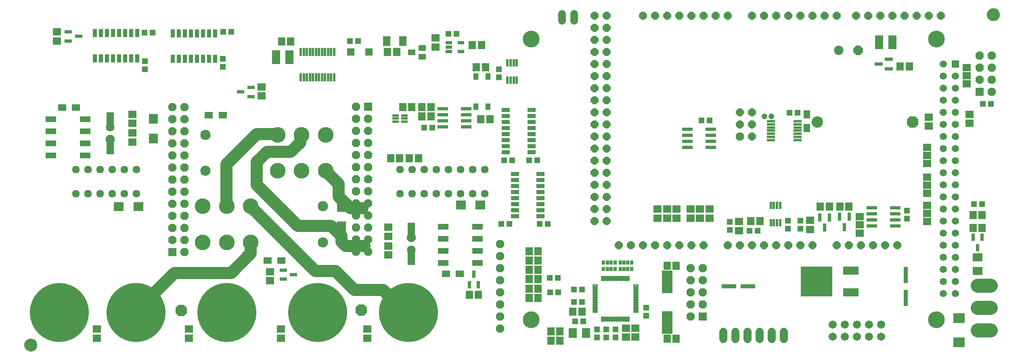
<source format=gts>
G75*
G70*
%OFA0B0*%
%FSLAX24Y24*%
%IPPOS*%
%LPD*%
%AMOC8*
5,1,8,0,0,1.08239X$1,22.5*
%
%ADD10C,0.1000*%
%ADD11R,0.0867X0.0474*%
%ADD12R,0.0671X0.0552*%
%ADD13R,0.0220X0.0710*%
%ADD14R,0.0592X0.0671*%
%ADD15R,0.0710X0.1143*%
%ADD16R,0.0671X0.0592*%
%ADD17R,0.0600X0.0300*%
%ADD18R,0.0946X0.0789*%
%ADD19R,0.0300X0.0600*%
%ADD20R,0.2641X0.2483*%
%ADD21R,0.1261X0.0710*%
%ADD22R,0.1210X0.0380*%
%ADD23R,0.0513X0.0474*%
%ADD24R,0.0474X0.0513*%
%ADD25C,0.0477*%
%ADD26R,0.0860X0.0300*%
%ADD27R,0.0660X0.0220*%
%ADD28R,0.0867X0.1852*%
%ADD29R,0.0552X0.0671*%
%ADD30R,0.0680X0.0300*%
%ADD31C,0.0674*%
%ADD32R,0.0790X0.0710*%
%ADD33R,0.0540X0.0220*%
%ADD34R,0.0300X0.0680*%
%ADD35OC8,0.0710*%
%ADD36C,0.0710*%
%ADD37R,0.0631X0.1497*%
%ADD38C,0.0640*%
%ADD39C,0.0946*%
%ADD40OC8,0.0946*%
%ADD41OC8,0.0634*%
%ADD42OC8,0.0680*%
%ADD43R,0.0320X0.0690*%
%ADD44R,0.0749X0.0789*%
%ADD45C,0.1299*%
%ADD46C,0.0848*%
%ADD47C,0.4885*%
%ADD48C,0.1172*%
%ADD49R,0.0690X0.0320*%
%ADD50R,0.0674X0.0674*%
%ADD51OC8,0.0674*%
%ADD52R,0.0430X0.0580*%
%ADD53C,0.0595*%
%ADD54R,0.0595X0.0595*%
%ADD55C,0.1386*%
%ADD56C,0.0674*%
%ADD57R,0.0631X0.0474*%
%ADD58R,0.0580X0.0300*%
%ADD59R,0.0631X0.0789*%
%ADD60R,0.0631X0.0631*%
%ADD61R,0.0789X0.0749*%
%ADD62C,0.0634*%
%ADD63C,0.0103*%
%ADD64R,0.0710X0.0789*%
%ADD65R,0.0277X0.0336*%
%ADD66R,0.0516X0.0516*%
%ADD67R,0.0220X0.0600*%
%ADD68C,0.0050*%
%ADD69C,0.0780*%
%ADD70OC8,0.0780*%
%ADD71R,0.0380X0.1360*%
D10*
X019232Y009022D02*
X022082Y011872D01*
X026757Y011872D01*
X028382Y013497D01*
X028382Y014472D01*
X032282Y015772D02*
X035007Y015772D01*
X035857Y014922D01*
X035857Y014472D01*
X036232Y014097D01*
X037782Y014097D01*
X032282Y015772D02*
X028882Y019172D01*
X028882Y021047D01*
X029732Y021897D01*
X031682Y021897D01*
X032457Y022672D01*
X032457Y023422D01*
X030582Y023347D02*
X028857Y023347D01*
X026382Y020872D01*
X026382Y017422D01*
X026332Y017372D01*
X028357Y017322D02*
X028432Y017322D01*
X028457Y017272D02*
X033707Y012022D01*
X035357Y012022D01*
X036932Y010447D01*
X039307Y010447D01*
X040857Y008897D01*
X041032Y008897D01*
X037607Y017222D02*
X036607Y017222D01*
X035632Y018197D01*
X035632Y019222D01*
X034557Y020297D01*
D11*
X044265Y015697D03*
X044265Y014697D03*
X047100Y014697D03*
X047100Y015697D03*
X047100Y013697D03*
X047100Y012697D03*
X044265Y012697D03*
X044265Y013697D03*
X014700Y021597D03*
X014700Y022597D03*
X014700Y023597D03*
X014700Y024597D03*
X011865Y024597D03*
X011865Y023597D03*
X011865Y022597D03*
X011865Y021597D03*
D12*
X012786Y025547D03*
X013928Y025547D03*
X024911Y024922D03*
X026053Y024922D03*
X029761Y012897D03*
X030903Y012897D03*
X044488Y011809D03*
X045630Y011809D03*
D13*
X035262Y028047D03*
X035002Y028047D03*
X034762Y028047D03*
X034502Y028047D03*
X034262Y028047D03*
X034002Y028047D03*
X033762Y028047D03*
X033502Y028047D03*
X033262Y028047D03*
X033002Y028047D03*
X032762Y028047D03*
X032502Y028047D03*
X032502Y030147D03*
X032762Y030147D03*
X033002Y030147D03*
X033262Y030147D03*
X033502Y030147D03*
X033762Y030147D03*
X034002Y030147D03*
X034262Y030147D03*
X034502Y030147D03*
X034762Y030147D03*
X035002Y030147D03*
X035262Y030147D03*
D14*
X031681Y031022D03*
X030933Y031022D03*
X039683Y030172D03*
X040431Y030172D03*
X046683Y030722D03*
X047431Y030722D03*
X047756Y028897D03*
X047008Y028897D03*
X043256Y025597D03*
X042508Y025597D03*
X041681Y025597D03*
X040933Y025597D03*
X042508Y024822D03*
X043256Y024822D03*
X047383Y024597D03*
X048131Y024597D03*
X042231Y021347D03*
X041483Y021347D03*
X040681Y021347D03*
X039933Y021347D03*
X051358Y013672D03*
X052106Y013672D03*
X052106Y012897D03*
X051358Y012897D03*
X051358Y012122D03*
X052106Y012122D03*
X052106Y011347D03*
X051358Y011347D03*
X051358Y010572D03*
X052106Y010572D03*
X052106Y009797D03*
X051358Y009797D03*
X054983Y008672D03*
X055731Y008672D03*
X053906Y007022D03*
X053158Y007022D03*
X053158Y006247D03*
X053906Y006247D03*
X062758Y006422D03*
X063506Y006422D03*
X047181Y010072D03*
X046433Y010072D03*
X062758Y012472D03*
X063506Y012472D03*
X069683Y016147D03*
X070431Y016147D03*
X075408Y017372D03*
X076156Y017372D03*
X077033Y017372D03*
X077781Y017372D03*
X088033Y016672D03*
X088781Y016672D03*
X088781Y015597D03*
X088033Y015597D03*
X082756Y028972D03*
X082008Y028972D03*
D15*
X081359Y030947D03*
X080256Y030947D03*
X031584Y029722D03*
X030481Y029722D03*
D16*
X029282Y027271D03*
X029282Y026523D03*
X018607Y024996D03*
X018607Y024248D03*
X018607Y023446D03*
X018607Y022698D03*
X039732Y015646D03*
X039732Y014898D03*
X039732Y014096D03*
X039732Y013348D03*
X029957Y011977D03*
X029957Y011229D03*
X030857Y007221D03*
X030857Y006473D03*
X038007Y006473D03*
X038007Y007221D03*
X023257Y007221D03*
X023257Y006473D03*
X015682Y006473D03*
X015682Y007221D03*
X059357Y007296D03*
X059357Y006548D03*
X060132Y006548D03*
X060132Y007296D03*
X068707Y015373D03*
X068707Y016121D03*
X066257Y016398D03*
X065482Y016398D03*
X064707Y016398D03*
X063532Y016398D03*
X062757Y016398D03*
X061982Y016398D03*
X061982Y017146D03*
X062757Y017146D03*
X063532Y017146D03*
X064707Y017146D03*
X065482Y017146D03*
X066257Y017146D03*
X074557Y016221D03*
X074557Y015473D03*
X078657Y015178D03*
X078657Y015847D03*
X078657Y016516D03*
X084232Y016797D03*
X084232Y017466D03*
X084232Y018453D03*
X084232Y019122D03*
X084232Y019791D03*
X084232Y020928D03*
X084232Y021597D03*
X084232Y022266D03*
X084382Y024023D03*
X084382Y024771D03*
X087732Y024996D03*
X087732Y024248D03*
X087507Y027528D03*
X087507Y028197D03*
X087507Y028866D03*
X084232Y016128D03*
X043632Y030573D03*
X043632Y031321D03*
X012382Y031073D03*
X012382Y031821D03*
D17*
X013302Y031817D03*
X014162Y031447D03*
X013302Y031077D03*
X027527Y026847D03*
X028387Y027217D03*
X028387Y026477D03*
X031052Y012092D03*
X031912Y011722D03*
X031052Y011352D03*
D18*
X086858Y008126D03*
X086858Y006118D03*
D19*
X088407Y013967D03*
X088037Y014827D03*
X088777Y014827D03*
X047177Y010892D03*
X046437Y010892D03*
X046807Y011752D03*
D20*
X075095Y011172D03*
D21*
X077922Y012069D03*
X077922Y010274D03*
D22*
X069437Y010772D03*
X067877Y010772D03*
D23*
X055742Y010497D03*
X055073Y010497D03*
X053767Y010272D03*
X053098Y010272D03*
X055073Y009447D03*
X055742Y009447D03*
X055842Y007847D03*
X055173Y007847D03*
X053742Y011447D03*
X053073Y011447D03*
X052892Y015922D03*
X052223Y015922D03*
X049742Y015922D03*
X049073Y015922D03*
X049298Y021197D03*
X049967Y021197D03*
X051373Y021197D03*
X052042Y021197D03*
X043367Y023897D03*
X042698Y023897D03*
X044698Y031647D03*
X045367Y031647D03*
X026767Y031822D03*
X026098Y031822D03*
X020267Y031747D03*
X019598Y031747D03*
X065598Y024497D03*
X066267Y024497D03*
X072873Y025122D03*
X073542Y025122D03*
X088823Y025847D03*
X089492Y025847D03*
X088767Y017547D03*
X088098Y017547D03*
X070242Y015372D03*
X069573Y015372D03*
D24*
X067932Y015437D03*
X067932Y016106D03*
X072732Y016181D03*
X072732Y015512D03*
X073782Y015512D03*
X073782Y016181D03*
X082557Y016362D03*
X082557Y017031D03*
X061032Y009006D03*
X061032Y008337D03*
X058507Y007206D03*
X058507Y006537D03*
X057732Y006537D03*
X057732Y007206D03*
X056957Y007206D03*
X056957Y006537D03*
X048857Y028062D03*
X048857Y028731D03*
X037242Y031072D03*
X036573Y031072D03*
X026057Y029581D03*
X026057Y028912D03*
X019632Y028712D03*
X019632Y029381D03*
D25*
X070807Y024822D03*
X071358Y024822D03*
D26*
X066377Y023772D03*
X066377Y023272D03*
X066377Y022772D03*
X066377Y022272D03*
X064437Y022272D03*
X064437Y022772D03*
X064437Y023272D03*
X064437Y023772D03*
X046177Y023972D03*
X044237Y023972D03*
X044237Y024472D03*
X044237Y024972D03*
X044237Y025472D03*
X046177Y025472D03*
X046177Y024972D03*
X046177Y024472D03*
X079662Y017272D03*
X079662Y016772D03*
X081602Y016772D03*
X081602Y017272D03*
X081602Y016272D03*
X081602Y015772D03*
X079662Y015772D03*
X079662Y016272D03*
D27*
X073542Y022877D03*
X073542Y023137D03*
X073542Y023387D03*
X073542Y023647D03*
X073542Y023907D03*
X073542Y024157D03*
X073542Y024417D03*
X071322Y024417D03*
X071322Y024157D03*
X071322Y023907D03*
X071322Y023647D03*
X071322Y023387D03*
X071322Y023137D03*
X071322Y022877D03*
D28*
X062782Y011120D03*
X062782Y007774D03*
D29*
X074307Y023851D03*
X074307Y024993D03*
D30*
X081082Y028747D03*
X080232Y029147D03*
X081082Y029547D03*
D31*
X072407Y006994D02*
X072407Y006400D01*
X071407Y006400D02*
X071407Y006994D01*
X070407Y006994D02*
X070407Y006400D01*
X069407Y006400D02*
X069407Y006994D01*
X068407Y006994D02*
X068407Y006400D01*
X067407Y006400D02*
X067407Y006994D01*
D32*
X088407Y012037D03*
X088407Y013157D03*
D33*
X041077Y024387D03*
X041077Y024647D03*
X041077Y024907D03*
X040337Y024907D03*
X040337Y024647D03*
X040337Y024387D03*
D34*
X075357Y016472D03*
X076157Y016472D03*
X077007Y016522D03*
X077807Y016522D03*
X077407Y015672D03*
X075757Y015622D03*
D35*
X041632Y014797D03*
X016757Y022922D03*
D36*
X016757Y023922D03*
X041632Y013797D03*
D37*
X041632Y013273D03*
X041632Y015281D03*
X016757Y022438D03*
X016757Y024445D03*
D38*
X054057Y032767D02*
X054057Y033327D01*
X055057Y033327D02*
X055057Y032767D01*
D39*
X075152Y024347D03*
D40*
X083022Y024347D03*
X037489Y008803D03*
X022645Y008747D03*
D41*
X056753Y016162D03*
X057753Y016162D03*
X057753Y017162D03*
X056753Y017162D03*
X056753Y018162D03*
X057753Y018162D03*
X057753Y019162D03*
X056753Y019162D03*
X056753Y020162D03*
X057753Y020162D03*
X057753Y021162D03*
X056753Y021162D03*
X056753Y022162D03*
X057753Y022162D03*
X057753Y023162D03*
X056753Y023162D03*
X056753Y024162D03*
X057753Y024162D03*
X057753Y025162D03*
X056753Y025162D03*
X056753Y026162D03*
X057753Y026162D03*
X057753Y027162D03*
X056753Y027162D03*
X056753Y028162D03*
X057753Y028162D03*
X057753Y029162D03*
X056753Y029162D03*
X056753Y030162D03*
X057753Y030162D03*
X057753Y031162D03*
X056753Y031162D03*
X056753Y032162D03*
X057753Y032162D03*
X057753Y033162D03*
X056753Y033162D03*
X060753Y033162D03*
X061753Y033162D03*
X062753Y033162D03*
X063753Y033162D03*
X064753Y033162D03*
X065753Y033162D03*
X066753Y033162D03*
X067753Y033162D03*
X069753Y033162D03*
X070753Y033162D03*
X071753Y033162D03*
X072753Y033162D03*
X073753Y033162D03*
X074753Y033162D03*
X075753Y033162D03*
X076753Y033162D03*
X078353Y033162D03*
X079353Y033162D03*
X080353Y033162D03*
X081353Y033162D03*
X082353Y033162D03*
X083353Y033162D03*
X084353Y033162D03*
X085353Y033162D03*
X069753Y025162D03*
X068753Y025162D03*
X068753Y024162D03*
X069753Y024162D03*
X069753Y023162D03*
X069753Y014162D03*
X068753Y014162D03*
X067753Y014162D03*
X065753Y014162D03*
X064753Y014162D03*
X063753Y014162D03*
X062753Y014162D03*
X061753Y014162D03*
X060753Y014162D03*
X059753Y014162D03*
X058753Y014162D03*
X070753Y014162D03*
X071753Y014162D03*
X072753Y014162D03*
X073753Y014162D03*
X074753Y014162D03*
X076753Y014162D03*
X077753Y014162D03*
X078753Y014162D03*
X079753Y014162D03*
X080753Y014162D03*
X081753Y014162D03*
D42*
X068753Y023162D03*
D43*
X025432Y029587D03*
X024932Y029587D03*
X024432Y029587D03*
X023932Y029587D03*
X023432Y029587D03*
X022932Y029587D03*
X022432Y029587D03*
X021932Y029587D03*
X019007Y029612D03*
X018507Y029612D03*
X018007Y029612D03*
X017507Y029612D03*
X017007Y029612D03*
X016507Y029612D03*
X016007Y029612D03*
X015507Y029612D03*
X015507Y031732D03*
X016007Y031732D03*
X016507Y031732D03*
X017007Y031732D03*
X017507Y031732D03*
X018007Y031732D03*
X018507Y031732D03*
X019007Y031732D03*
X021932Y031707D03*
X022432Y031707D03*
X022932Y031707D03*
X023432Y031707D03*
X023932Y031707D03*
X024432Y031707D03*
X024932Y031707D03*
X025432Y031707D03*
D44*
X020332Y024622D03*
X020332Y023008D03*
X035882Y017329D03*
X035882Y015715D03*
D45*
X028378Y014409D03*
X026394Y014409D03*
X024409Y014409D03*
X024409Y017385D03*
X026394Y017385D03*
X028378Y017385D03*
X030587Y020334D03*
X032571Y020334D03*
X034556Y020334D03*
X034556Y023310D03*
X032571Y023310D03*
X030587Y023310D03*
D46*
X024634Y023310D03*
X024634Y020334D03*
X034331Y017385D03*
X034331Y014409D03*
D47*
X033886Y008590D03*
X026386Y008590D03*
X018886Y008590D03*
X012567Y008590D03*
X041386Y008590D03*
D48*
X088413Y008984D02*
X089478Y008984D01*
X089478Y010834D02*
X088413Y010834D01*
X088413Y007134D02*
X089478Y007134D01*
D49*
X052317Y016547D03*
X052317Y017047D03*
X052317Y017547D03*
X052317Y018047D03*
X052317Y018547D03*
X052317Y019047D03*
X052317Y019547D03*
X052317Y020047D03*
X050197Y020047D03*
X050197Y019547D03*
X050197Y019047D03*
X050197Y018547D03*
X050197Y018047D03*
X050197Y017547D03*
X050197Y017047D03*
X050197Y016547D03*
X049447Y021872D03*
X049447Y022372D03*
X049447Y022872D03*
X049447Y023372D03*
X049447Y023872D03*
X049447Y024372D03*
X049447Y024872D03*
X049447Y025372D03*
X051567Y025372D03*
X051567Y024872D03*
X051567Y024372D03*
X051567Y023872D03*
X051567Y023372D03*
X051567Y022872D03*
X051567Y022372D03*
X051567Y021872D03*
D50*
X038060Y025641D03*
X021918Y013586D03*
X065707Y008272D03*
X088557Y026847D03*
D51*
X089557Y026847D03*
X089557Y027847D03*
X088557Y027847D03*
X088557Y028847D03*
X089557Y028847D03*
X089557Y029847D03*
X088557Y029847D03*
X048957Y014272D03*
X048957Y013272D03*
X048957Y012272D03*
X048957Y011272D03*
X048957Y010272D03*
X048957Y009272D03*
X048957Y008272D03*
X048957Y007272D03*
X064707Y008272D03*
X064707Y009272D03*
X065707Y009272D03*
X065707Y010272D03*
X064707Y010272D03*
X064707Y011272D03*
X065707Y011272D03*
X065707Y012272D03*
X064707Y012272D03*
X038060Y013641D03*
X037060Y013641D03*
X037060Y014641D03*
X038060Y014641D03*
X038060Y015641D03*
X037060Y015641D03*
X037060Y016641D03*
X038060Y016641D03*
X038060Y017641D03*
X037060Y017641D03*
X037060Y018641D03*
X038060Y018641D03*
X038060Y019641D03*
X037060Y019641D03*
X037060Y020641D03*
X038060Y020641D03*
X038060Y021641D03*
X037060Y021641D03*
X037060Y022641D03*
X038060Y022641D03*
X038060Y023641D03*
X037060Y023641D03*
X037060Y024641D03*
X038060Y024641D03*
X037060Y025641D03*
X022918Y025586D03*
X021918Y025586D03*
X021918Y024586D03*
X022918Y024586D03*
X022918Y023586D03*
X021918Y023586D03*
X021918Y022586D03*
X022918Y022586D03*
X022918Y021586D03*
X021918Y021586D03*
X021918Y020586D03*
X022918Y020586D03*
X022918Y019586D03*
X021918Y019586D03*
X021918Y018586D03*
X022918Y018586D03*
X022918Y017586D03*
X021918Y017586D03*
X021918Y016586D03*
X022918Y016586D03*
X022918Y015586D03*
X021918Y015586D03*
X021918Y014586D03*
X022918Y014586D03*
X022918Y013586D03*
D52*
X046982Y025622D03*
X047982Y025622D03*
X047982Y028122D03*
X046982Y028122D03*
D53*
X085583Y028165D03*
X086583Y028165D03*
X085583Y029165D03*
X085583Y027165D03*
X086583Y027165D03*
X086583Y026165D03*
X085583Y026165D03*
X085583Y025165D03*
X086583Y025165D03*
X086583Y024165D03*
X085583Y024165D03*
X085583Y023165D03*
X086583Y023165D03*
X086583Y022165D03*
X085583Y022165D03*
X085583Y021165D03*
X086583Y021165D03*
X086583Y020165D03*
X085583Y020165D03*
X085583Y019165D03*
X086583Y019165D03*
X086583Y018165D03*
X085583Y018165D03*
X085583Y017165D03*
X086583Y017165D03*
X086583Y016165D03*
X085583Y016165D03*
X085583Y015165D03*
X086583Y015165D03*
X086583Y014165D03*
X085583Y014165D03*
X085583Y013165D03*
X086583Y013165D03*
X086583Y012165D03*
X085583Y012165D03*
X085583Y011165D03*
X086583Y011165D03*
X086583Y010165D03*
X085583Y010165D03*
D54*
X086583Y029165D03*
D55*
X085008Y031228D03*
X051544Y031228D03*
X051544Y008000D03*
X085008Y008000D03*
D56*
X080432Y007597D03*
X079432Y007597D03*
X078432Y007597D03*
X077432Y007597D03*
X076432Y007597D03*
X076432Y006597D03*
X077432Y006597D03*
X078432Y006597D03*
X079432Y006597D03*
X080432Y006597D03*
D57*
X042540Y029748D03*
X042540Y030496D03*
X041674Y030122D03*
D58*
X044722Y030202D03*
X044722Y030572D03*
X044722Y030942D03*
X045742Y030942D03*
X045742Y030202D03*
D59*
X040927Y031072D03*
X039588Y031072D03*
D60*
X038130Y030172D03*
X036634Y030172D03*
D61*
X045725Y017497D03*
X047339Y017497D03*
X019095Y017347D03*
X017481Y017347D03*
D62*
X017945Y018433D03*
X016945Y018433D03*
X015945Y018433D03*
X014945Y018433D03*
X013945Y018433D03*
X018945Y018433D03*
X018945Y020433D03*
X017945Y020433D03*
X016945Y020433D03*
X015945Y020433D03*
X014945Y020433D03*
X013945Y020433D03*
X040717Y020433D03*
X041717Y020433D03*
X042717Y020433D03*
X043717Y020433D03*
X044717Y020433D03*
X045717Y020433D03*
X046717Y020433D03*
X047717Y020433D03*
X047717Y018433D03*
X046717Y018433D03*
X045717Y018433D03*
X044717Y018433D03*
X043717Y018433D03*
X042717Y018433D03*
X041717Y018433D03*
X040717Y018433D03*
D63*
X057452Y011586D02*
X057452Y011274D01*
X057348Y011274D01*
X057348Y011586D01*
X057452Y011586D01*
X057452Y011376D02*
X057348Y011376D01*
X057348Y011478D02*
X057452Y011478D01*
X057452Y011580D02*
X057348Y011580D01*
X057649Y011586D02*
X057649Y011274D01*
X057545Y011274D01*
X057545Y011586D01*
X057649Y011586D01*
X057649Y011376D02*
X057545Y011376D01*
X057545Y011478D02*
X057649Y011478D01*
X057649Y011580D02*
X057545Y011580D01*
X057845Y011586D02*
X057845Y011274D01*
X057741Y011274D01*
X057741Y011586D01*
X057845Y011586D01*
X057845Y011376D02*
X057741Y011376D01*
X057741Y011478D02*
X057845Y011478D01*
X057845Y011580D02*
X057741Y011580D01*
X058042Y011586D02*
X058042Y011274D01*
X057938Y011274D01*
X057938Y011586D01*
X058042Y011586D01*
X058042Y011376D02*
X057938Y011376D01*
X057938Y011478D02*
X058042Y011478D01*
X058042Y011580D02*
X057938Y011580D01*
X058239Y011586D02*
X058239Y011274D01*
X058135Y011274D01*
X058135Y011586D01*
X058239Y011586D01*
X058239Y011376D02*
X058135Y011376D01*
X058135Y011478D02*
X058239Y011478D01*
X058239Y011580D02*
X058135Y011580D01*
X058436Y011586D02*
X058436Y011274D01*
X058332Y011274D01*
X058332Y011586D01*
X058436Y011586D01*
X058436Y011376D02*
X058332Y011376D01*
X058332Y011478D02*
X058436Y011478D01*
X058436Y011580D02*
X058332Y011580D01*
X058633Y011586D02*
X058633Y011274D01*
X058529Y011274D01*
X058529Y011586D01*
X058633Y011586D01*
X058633Y011376D02*
X058529Y011376D01*
X058529Y011478D02*
X058633Y011478D01*
X058633Y011580D02*
X058529Y011580D01*
X058830Y011586D02*
X058830Y011274D01*
X058726Y011274D01*
X058726Y011586D01*
X058830Y011586D01*
X058830Y011376D02*
X058726Y011376D01*
X058726Y011478D02*
X058830Y011478D01*
X058830Y011580D02*
X058726Y011580D01*
X059026Y011586D02*
X059026Y011274D01*
X058922Y011274D01*
X058922Y011586D01*
X059026Y011586D01*
X059026Y011376D02*
X058922Y011376D01*
X058922Y011478D02*
X059026Y011478D01*
X059026Y011580D02*
X058922Y011580D01*
X059223Y011586D02*
X059223Y011274D01*
X059119Y011274D01*
X059119Y011586D01*
X059223Y011586D01*
X059223Y011376D02*
X059119Y011376D01*
X059119Y011478D02*
X059223Y011478D01*
X059223Y011580D02*
X059119Y011580D01*
X059420Y011586D02*
X059420Y011274D01*
X059316Y011274D01*
X059316Y011586D01*
X059420Y011586D01*
X059420Y011376D02*
X059316Y011376D01*
X059316Y011478D02*
X059420Y011478D01*
X059420Y011580D02*
X059316Y011580D01*
X059617Y011586D02*
X059617Y011274D01*
X059513Y011274D01*
X059513Y011586D01*
X059617Y011586D01*
X059617Y011376D02*
X059513Y011376D01*
X059513Y011478D02*
X059617Y011478D01*
X059617Y011580D02*
X059513Y011580D01*
X060009Y010778D02*
X060321Y010778D01*
X060009Y010778D02*
X060009Y010882D01*
X060321Y010882D01*
X060321Y010778D01*
X060321Y010880D02*
X060009Y010880D01*
X060009Y010581D02*
X060321Y010581D01*
X060009Y010581D02*
X060009Y010685D01*
X060321Y010685D01*
X060321Y010581D01*
X060321Y010683D02*
X060009Y010683D01*
X060009Y010384D02*
X060321Y010384D01*
X060009Y010384D02*
X060009Y010488D01*
X060321Y010488D01*
X060321Y010384D01*
X060321Y010486D02*
X060009Y010486D01*
X060009Y010187D02*
X060321Y010187D01*
X060009Y010187D02*
X060009Y010291D01*
X060321Y010291D01*
X060321Y010187D01*
X060321Y010289D02*
X060009Y010289D01*
X060009Y009990D02*
X060321Y009990D01*
X060009Y009990D02*
X060009Y010094D01*
X060321Y010094D01*
X060321Y009990D01*
X060321Y010092D02*
X060009Y010092D01*
X060009Y009793D02*
X060321Y009793D01*
X060009Y009793D02*
X060009Y009897D01*
X060321Y009897D01*
X060321Y009793D01*
X060321Y009895D02*
X060009Y009895D01*
X060009Y009596D02*
X060321Y009596D01*
X060009Y009596D02*
X060009Y009700D01*
X060321Y009700D01*
X060321Y009596D01*
X060321Y009698D02*
X060009Y009698D01*
X060009Y009400D02*
X060321Y009400D01*
X060009Y009400D02*
X060009Y009504D01*
X060321Y009504D01*
X060321Y009400D01*
X060321Y009502D02*
X060009Y009502D01*
X060009Y009203D02*
X060321Y009203D01*
X060009Y009203D02*
X060009Y009307D01*
X060321Y009307D01*
X060321Y009203D01*
X060321Y009305D02*
X060009Y009305D01*
X060009Y009006D02*
X060321Y009006D01*
X060009Y009006D02*
X060009Y009110D01*
X060321Y009110D01*
X060321Y009006D01*
X060321Y009108D02*
X060009Y009108D01*
X060009Y008809D02*
X060321Y008809D01*
X060009Y008809D02*
X060009Y008913D01*
X060321Y008913D01*
X060321Y008809D01*
X060321Y008911D02*
X060009Y008911D01*
X060009Y008612D02*
X060321Y008612D01*
X060009Y008612D02*
X060009Y008716D01*
X060321Y008716D01*
X060321Y008612D01*
X060321Y008714D02*
X060009Y008714D01*
X059617Y008220D02*
X059617Y007908D01*
X059513Y007908D01*
X059513Y008220D01*
X059617Y008220D01*
X059617Y008010D02*
X059513Y008010D01*
X059513Y008112D02*
X059617Y008112D01*
X059617Y008214D02*
X059513Y008214D01*
X059420Y008220D02*
X059420Y007908D01*
X059316Y007908D01*
X059316Y008220D01*
X059420Y008220D01*
X059420Y008010D02*
X059316Y008010D01*
X059316Y008112D02*
X059420Y008112D01*
X059420Y008214D02*
X059316Y008214D01*
X059223Y008220D02*
X059223Y007908D01*
X059119Y007908D01*
X059119Y008220D01*
X059223Y008220D01*
X059223Y008010D02*
X059119Y008010D01*
X059119Y008112D02*
X059223Y008112D01*
X059223Y008214D02*
X059119Y008214D01*
X059026Y008220D02*
X059026Y007908D01*
X058922Y007908D01*
X058922Y008220D01*
X059026Y008220D01*
X059026Y008010D02*
X058922Y008010D01*
X058922Y008112D02*
X059026Y008112D01*
X059026Y008214D02*
X058922Y008214D01*
X058830Y008220D02*
X058830Y007908D01*
X058726Y007908D01*
X058726Y008220D01*
X058830Y008220D01*
X058830Y008010D02*
X058726Y008010D01*
X058726Y008112D02*
X058830Y008112D01*
X058830Y008214D02*
X058726Y008214D01*
X058633Y008220D02*
X058633Y007908D01*
X058529Y007908D01*
X058529Y008220D01*
X058633Y008220D01*
X058633Y008010D02*
X058529Y008010D01*
X058529Y008112D02*
X058633Y008112D01*
X058633Y008214D02*
X058529Y008214D01*
X058436Y008220D02*
X058436Y007908D01*
X058332Y007908D01*
X058332Y008220D01*
X058436Y008220D01*
X058436Y008010D02*
X058332Y008010D01*
X058332Y008112D02*
X058436Y008112D01*
X058436Y008214D02*
X058332Y008214D01*
X058239Y008220D02*
X058239Y007908D01*
X058135Y007908D01*
X058135Y008220D01*
X058239Y008220D01*
X058239Y008010D02*
X058135Y008010D01*
X058135Y008112D02*
X058239Y008112D01*
X058239Y008214D02*
X058135Y008214D01*
X058042Y008220D02*
X058042Y007908D01*
X057938Y007908D01*
X057938Y008220D01*
X058042Y008220D01*
X058042Y008010D02*
X057938Y008010D01*
X057938Y008112D02*
X058042Y008112D01*
X058042Y008214D02*
X057938Y008214D01*
X057845Y008220D02*
X057845Y007908D01*
X057741Y007908D01*
X057741Y008220D01*
X057845Y008220D01*
X057845Y008010D02*
X057741Y008010D01*
X057741Y008112D02*
X057845Y008112D01*
X057845Y008214D02*
X057741Y008214D01*
X057649Y008220D02*
X057649Y007908D01*
X057545Y007908D01*
X057545Y008220D01*
X057649Y008220D01*
X057649Y008010D02*
X057545Y008010D01*
X057545Y008112D02*
X057649Y008112D01*
X057649Y008214D02*
X057545Y008214D01*
X057452Y008220D02*
X057452Y007908D01*
X057348Y007908D01*
X057348Y008220D01*
X057452Y008220D01*
X057452Y008010D02*
X057348Y008010D01*
X057348Y008112D02*
X057452Y008112D01*
X057452Y008214D02*
X057348Y008214D01*
X056955Y008612D02*
X056643Y008612D01*
X056643Y008716D01*
X056955Y008716D01*
X056955Y008612D01*
X056955Y008714D02*
X056643Y008714D01*
X056643Y008809D02*
X056955Y008809D01*
X056643Y008809D02*
X056643Y008913D01*
X056955Y008913D01*
X056955Y008809D01*
X056955Y008911D02*
X056643Y008911D01*
X056643Y009006D02*
X056955Y009006D01*
X056643Y009006D02*
X056643Y009110D01*
X056955Y009110D01*
X056955Y009006D01*
X056955Y009108D02*
X056643Y009108D01*
X056643Y009203D02*
X056955Y009203D01*
X056643Y009203D02*
X056643Y009307D01*
X056955Y009307D01*
X056955Y009203D01*
X056955Y009305D02*
X056643Y009305D01*
X056643Y009400D02*
X056955Y009400D01*
X056643Y009400D02*
X056643Y009504D01*
X056955Y009504D01*
X056955Y009400D01*
X056955Y009502D02*
X056643Y009502D01*
X056643Y009596D02*
X056955Y009596D01*
X056643Y009596D02*
X056643Y009700D01*
X056955Y009700D01*
X056955Y009596D01*
X056955Y009698D02*
X056643Y009698D01*
X056643Y009793D02*
X056955Y009793D01*
X056643Y009793D02*
X056643Y009897D01*
X056955Y009897D01*
X056955Y009793D01*
X056955Y009895D02*
X056643Y009895D01*
X056643Y009990D02*
X056955Y009990D01*
X056643Y009990D02*
X056643Y010094D01*
X056955Y010094D01*
X056955Y009990D01*
X056955Y010092D02*
X056643Y010092D01*
X056643Y010187D02*
X056955Y010187D01*
X056643Y010187D02*
X056643Y010291D01*
X056955Y010291D01*
X056955Y010187D01*
X056955Y010289D02*
X056643Y010289D01*
X056643Y010384D02*
X056955Y010384D01*
X056643Y010384D02*
X056643Y010488D01*
X056955Y010488D01*
X056955Y010384D01*
X056955Y010486D02*
X056643Y010486D01*
X056643Y010581D02*
X056955Y010581D01*
X056643Y010581D02*
X056643Y010685D01*
X056955Y010685D01*
X056955Y010581D01*
X056955Y010683D02*
X056643Y010683D01*
X056643Y010778D02*
X056955Y010778D01*
X056643Y010778D02*
X056643Y010882D01*
X056955Y010882D01*
X056955Y010778D01*
X056955Y010880D02*
X056643Y010880D01*
D64*
X056084Y006897D03*
X054981Y006897D03*
D65*
X057510Y012206D03*
X057825Y012206D03*
X058140Y012206D03*
X058455Y012206D03*
X058885Y012206D03*
X059200Y012206D03*
X059515Y012206D03*
X059830Y012206D03*
X059830Y012738D03*
X059515Y012738D03*
X059200Y012738D03*
X058885Y012738D03*
X058455Y012738D03*
X058140Y012738D03*
X057825Y012738D03*
X057510Y012738D03*
D66*
X035489Y008803D03*
X020645Y008747D03*
D67*
X071327Y016027D03*
X071577Y016027D03*
X071837Y016027D03*
X072087Y016027D03*
X072087Y017467D03*
X071837Y017467D03*
X071577Y017467D03*
X071327Y017467D03*
X050337Y027827D03*
X050087Y027827D03*
X049827Y027827D03*
X049577Y027827D03*
X049577Y029267D03*
X049827Y029267D03*
X050087Y029267D03*
X050337Y029267D03*
D68*
X009738Y005726D02*
X009774Y005647D01*
X009824Y005575D01*
X009886Y005514D01*
X009957Y005464D01*
X010036Y005427D01*
X010121Y005404D01*
X010207Y005397D01*
X010294Y005404D01*
X010378Y005427D01*
X010457Y005464D01*
X010529Y005514D01*
X010590Y005575D01*
X010640Y005647D01*
X010677Y005726D01*
X009738Y005726D01*
X009715Y005810D01*
X009707Y005897D01*
X009715Y005984D01*
X009738Y006068D01*
X009774Y006147D01*
X009824Y006218D01*
X009886Y006280D01*
X009957Y006330D01*
X010036Y006367D01*
X010121Y006389D01*
X010207Y006397D01*
X010294Y006389D01*
X010378Y006367D01*
X010457Y006330D01*
X010529Y006280D01*
X010590Y006218D01*
X010640Y006147D01*
X010677Y006068D01*
X010700Y005984D01*
X010707Y005897D01*
X010700Y005810D01*
X010677Y005726D01*
X010690Y005774D02*
X009725Y005774D01*
X009714Y005823D02*
X010701Y005823D01*
X010705Y005871D02*
X009710Y005871D01*
X009709Y005920D02*
X010705Y005920D01*
X010701Y005968D02*
X009714Y005968D01*
X009724Y006017D02*
X010691Y006017D01*
X010678Y006065D02*
X009737Y006065D01*
X009759Y006114D02*
X010656Y006114D01*
X010630Y006162D02*
X009785Y006162D01*
X009819Y006211D02*
X010596Y006211D01*
X010549Y006259D02*
X009865Y006259D01*
X009926Y006308D02*
X010489Y006308D01*
X010401Y006356D02*
X010014Y006356D01*
X009760Y005677D02*
X010655Y005677D01*
X010628Y005629D02*
X009787Y005629D01*
X009821Y005580D02*
X010594Y005580D01*
X010547Y005532D02*
X009868Y005532D01*
X009929Y005483D02*
X010485Y005483D01*
X010395Y005435D02*
X010020Y005435D01*
X089274Y032997D02*
X089324Y032925D01*
X089386Y032864D01*
X089457Y032814D01*
X089536Y032777D01*
X089621Y032754D01*
X089707Y032747D01*
X089794Y032754D01*
X089878Y032777D01*
X089957Y032814D01*
X090029Y032864D01*
X090090Y032925D01*
X090140Y032997D01*
X090177Y033076D01*
X090200Y033160D01*
X090207Y033247D01*
X090200Y033334D01*
X090177Y033418D01*
X090140Y033497D01*
X090090Y033568D01*
X090029Y033630D01*
X089957Y033680D01*
X089878Y033717D01*
X089794Y033739D01*
X089707Y033747D01*
X089621Y033739D01*
X089536Y033717D01*
X089457Y033680D01*
X089386Y033630D01*
X089324Y033568D01*
X089274Y033497D01*
X089238Y033418D01*
X089215Y033334D01*
X089207Y033247D01*
X089215Y033160D01*
X089238Y033076D01*
X089274Y032997D01*
X089284Y032983D02*
X090131Y032983D01*
X090157Y033031D02*
X089258Y033031D01*
X089236Y033080D02*
X090178Y033080D01*
X090191Y033128D02*
X089223Y033128D01*
X089213Y033177D02*
X090201Y033177D01*
X090205Y033225D02*
X089209Y033225D01*
X089210Y033274D02*
X090205Y033274D01*
X090201Y033322D02*
X089214Y033322D01*
X089225Y033371D02*
X090190Y033371D01*
X090176Y033419D02*
X089238Y033419D01*
X089261Y033468D02*
X090154Y033468D01*
X090127Y033516D02*
X089288Y033516D01*
X089322Y033565D02*
X090093Y033565D01*
X090045Y033613D02*
X089370Y033613D01*
X089432Y033662D02*
X089983Y033662D01*
X089892Y033710D02*
X089523Y033710D01*
X089318Y032934D02*
X090097Y032934D01*
X090051Y032886D02*
X089364Y032886D01*
X089424Y032837D02*
X089991Y032837D01*
X089904Y032789D02*
X089511Y032789D01*
D69*
X076945Y030297D03*
D70*
X078520Y030297D03*
D71*
X082457Y011697D03*
X082457Y009797D03*
M02*

</source>
